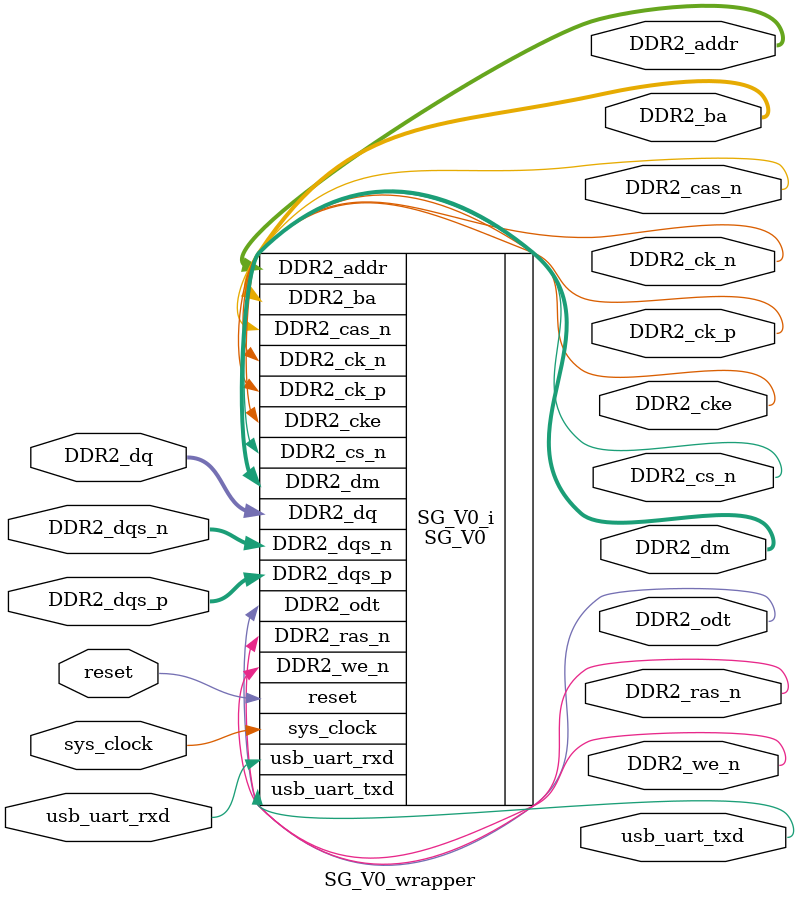
<source format=v>
`timescale 1 ps / 1 ps

module SG_V0_wrapper
   (DDR2_addr,
    DDR2_ba,
    DDR2_cas_n,
    DDR2_ck_n,
    DDR2_ck_p,
    DDR2_cke,
    DDR2_cs_n,
    DDR2_dm,
    DDR2_dq,
    DDR2_dqs_n,
    DDR2_dqs_p,
    DDR2_odt,
    DDR2_ras_n,
    DDR2_we_n,
    reset,
    sys_clock,
    usb_uart_rxd,
    usb_uart_txd);
  output [12:0]DDR2_addr;
  output [2:0]DDR2_ba;
  output DDR2_cas_n;
  output [0:0]DDR2_ck_n;
  output [0:0]DDR2_ck_p;
  output [0:0]DDR2_cke;
  output [0:0]DDR2_cs_n;
  output [1:0]DDR2_dm;
  inout [15:0]DDR2_dq;
  inout [1:0]DDR2_dqs_n;
  inout [1:0]DDR2_dqs_p;
  output [0:0]DDR2_odt;
  output DDR2_ras_n;
  output DDR2_we_n;
  input reset;
  input sys_clock;
  input usb_uart_rxd;
  output usb_uart_txd;

  wire [12:0]DDR2_addr;
  wire [2:0]DDR2_ba;
  wire DDR2_cas_n;
  wire [0:0]DDR2_ck_n;
  wire [0:0]DDR2_ck_p;
  wire [0:0]DDR2_cke;
  wire [0:0]DDR2_cs_n;
  wire [1:0]DDR2_dm;
  wire [15:0]DDR2_dq;
  wire [1:0]DDR2_dqs_n;
  wire [1:0]DDR2_dqs_p;
  wire [0:0]DDR2_odt;
  wire DDR2_ras_n;
  wire DDR2_we_n;
  wire reset;
  wire sys_clock;
  wire usb_uart_rxd;
  wire usb_uart_txd;

  SG_V0 SG_V0_i
       (.DDR2_addr(DDR2_addr),
        .DDR2_ba(DDR2_ba),
        .DDR2_cas_n(DDR2_cas_n),
        .DDR2_ck_n(DDR2_ck_n),
        .DDR2_ck_p(DDR2_ck_p),
        .DDR2_cke(DDR2_cke),
        .DDR2_cs_n(DDR2_cs_n),
        .DDR2_dm(DDR2_dm),
        .DDR2_dq(DDR2_dq),
        .DDR2_dqs_n(DDR2_dqs_n),
        .DDR2_dqs_p(DDR2_dqs_p),
        .DDR2_odt(DDR2_odt),
        .DDR2_ras_n(DDR2_ras_n),
        .DDR2_we_n(DDR2_we_n),
        .reset(reset),
        .sys_clock(sys_clock),
        .usb_uart_rxd(usb_uart_rxd),
        .usb_uart_txd(usb_uart_txd));
endmodule

</source>
